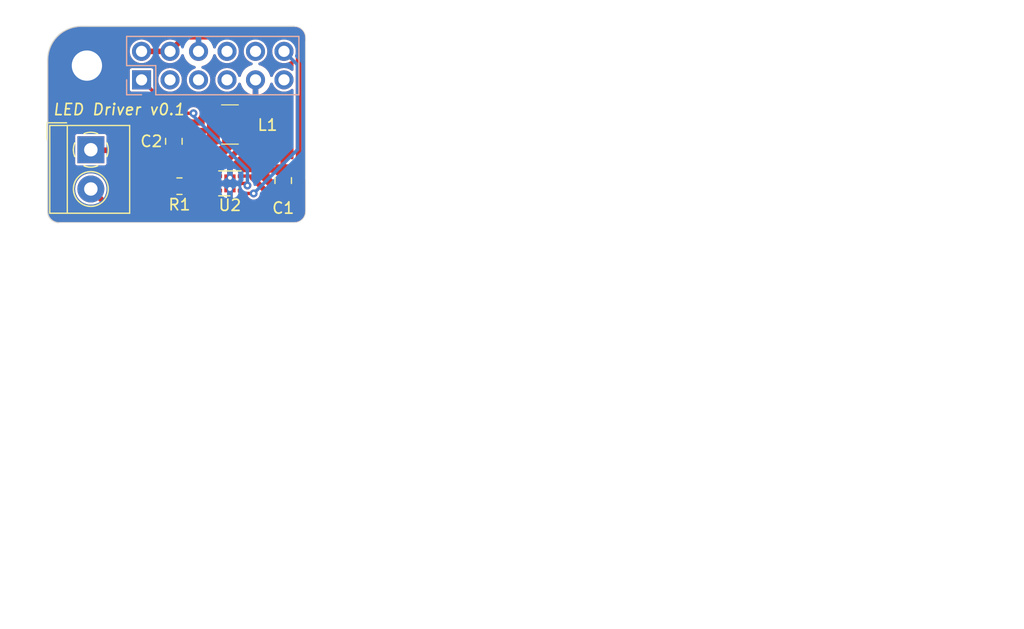
<source format=kicad_pcb>
(kicad_pcb (version 20221018) (generator pcbnew)
  (title_block (date "15 nov 2012"))
  (layers (0 "F.Cu" signal) (31 "B.Cu" signal) (34 "B.Paste" user) (35 "F.Paste" user) (36 "B.SilkS" user "B.Silkscreen") (37 "F.SilkS" user "F.Silkscreen") (38 "B.Mask" user) (39 "F.Mask" user) (44 "Edge.Cuts" user))
  (net 0 "")
  (net 1 "GND")
  (net 2 "+5V")
  (net 3 "+3V3")
  (net 4 "/+LED")
  (net 5 "/-LED")
  (net 6 "/SW")
  (net 7 "/PWM")
  (footprint "TerminalBlock_4Ucon:TerminalBlock_4Ucon_1x02_P3.50mm_Horizontal" (layer "F.Cu") (at 103.85 55 -90)
    (fp_text reference "J2")
    (fp_text value "Conn_01x02_Pin")
    (fp_line (start -2.4 2.16) (end -2.4 3.9) (stroke (width 0.12)) (layer "F.SilkS"))
    (fp_line (start -2.4 3.9) (end -0.9 3.9) (stroke (width 0.12)) (layer "F.SilkS"))
    (fp_line (start -2.16 -3.46) (end -2.16 3.66) (stroke (width 0.12)) (layer "F.SilkS"))
    (fp_line (start -2.16 -3.46) (end 5.66 -3.46) (stroke (width 0.12)) (layer "F.SilkS"))
    (fp_line (start -2.16 2.1) (end 5.66 2.1) (stroke (width 0.12)) (layer "F.SilkS"))
    (fp_line (start -2.16 3.66) (end 5.66 3.66) (stroke (width 0.12)) (layer "F.SilkS"))
    (fp_line (start 5.66 -3.46) (end 5.66 3.66) (stroke (width 0.12)) (layer "F.SilkS"))
    (fp_arc (start -1.432109 0.607742) (mid -1.555727 -0.00014) (end -1.432 -0.608) (stroke (width 0.12)) (layer "F.SilkS"))
    (fp_arc (start -0.607742 -1.432109) (mid 0.00014 -1.555727) (end 0.608 -1.432) (stroke (width 0.12)) (layer "F.SilkS"))
    (fp_arc (start 0.027011 1.555493) (mid -0.296984 1.527118) (end -0.608 1.432) (stroke (width 0.12)) (layer "F.SilkS"))
    (fp_arc (start 0.607587 1.431385) (mid 0.310017 1.523783) (end 0 1.555) (stroke (width 0.12)) (layer "F.SilkS"))
    (fp_arc (start 1.432109 -0.607742) (mid 1.555727 0.00014) (end 1.432 0.608) (stroke (width 0.12)) (layer "F.SilkS"))
    (fp_circle (center 3.5 0) (end 5.055 0) (stroke (width 0.12)) (fill none) (layer "F.SilkS"))
    (pad "1" thru_hole rect (at 0 0 270) (size 2.4 2.4) (drill 1.2) (layers "*.Cu" "*.Mask") (net 4 "/+LED"))
    (pad "2" thru_hole circle (at 3.5 0 270) (size 2.4 2.4) (drill 1.2) (layers "*.Cu" "*.Mask") (net 5 "/-LED"))
  )
  (footprint "Capacitor_SMD:C_0805_2012Metric" (layer "F.Cu") (at 121 57.75 -90)
    (fp_text reference "C1" (at 2.45 0 180) (layer "F.SilkS"))
    (fp_text value "4.7uF")
    (fp_line (start -0.261252 -0.735) (end 0.261252 -0.735) (stroke (width 0.12)) (layer "F.SilkS"))
    (fp_line (start -0.261252 0.735) (end 0.261252 0.735) (stroke (width 0.12)) (layer "F.SilkS"))
    (pad "1" smd roundrect (at -0.95 0 270) (size 1 1.45) (layers "F.Cu" "F.Paste" "F.Mask") (net 1 "GND"))
    (pad "2" smd roundrect (at 0.95 0 270) (size 1 1.45) (layers "F.Cu" "F.Paste" "F.Mask") (net 2 "+5V"))
  )
  (footprint "Minor_Industries:Induct_1" (layer "F.Cu") (at 116.25 52.75 180)
    (fp_text reference "L1" (at -3.35 -0.05 unlocked) (layer "F.SilkS"))
    (fp_text value "2.2uH")
    (fp_line (start -0.75 -1.75) (end 0.75 -1.75) (stroke (width 0.1)) (layer "F.SilkS"))
    (fp_line (start -0.75 1.75) (end 0.75 1.75) (stroke (width 0.1)) (layer "F.SilkS"))
    (pad "1" smd roundrect (at -1.475 0 180) (size 1.15 3.6) (layers "F.Cu" "F.Paste" "F.Mask") (net 6 "/SW"))
    (pad "2" smd roundrect (at 1.475 0 180) (size 1.15 3.6) (layers "F.Cu" "F.Paste" "F.Mask") (net 4 "/+LED"))
  )
  (footprint "MountingHole:MountingHole_2.7mm_M2.5" (layer "F.Cu") (at 103.5 47.5)
    (fp_text reference "MH1" hide)
    (fp_text value "MountingHole_2.7mm_M2.5" hide)
    (pad "" np_thru_hole circle locked (at 0 0) (size 2.7 2.7) (drill 2.7) (layers "*.Cu" "*.Mask"))
  )
  (footprint "Package_SON:WSON-6-1EP_2x2mm_P0.65mm_EP1x1.6mm_ThermalVias" (layer "F.Cu") (at 116.25 58 180)
    (fp_text reference "U2" (at 0 -1.95) (layer "F.SilkS"))
    (fp_text value "~")
    (fp_line (start -1 1.11) (end 1 1.11) (stroke (width 0.12)) (layer "F.SilkS"))
    (fp_line (start 0 -1.11) (end 1 -1.11) (stroke (width 0.12)) (layer "F.SilkS"))
    (pad "1" smd roundrect (at -0.8875 -0.65 180) (size 0.375 0.4) (layers "F.Cu" "F.Paste" "F.Mask") (net 7 "/PWM"))
    (pad "2" smd roundrect (at -0.8875 0 180) (size 0.375 0.4) (layers "F.Cu" "F.Paste" "F.Mask") (net 3 "+3V3"))
    (pad "3" smd roundrect (at -0.8875 0.65 180) (size 0.375 0.4) (layers "F.Cu" "F.Paste" "F.Mask") (net 2 "+5V"))
    (pad "4" smd roundrect (at 0.8875 0.65 180) (size 0.375 0.4) (layers "F.Cu" "F.Paste" "F.Mask") (net 6 "/SW"))
    (pad "5" smd roundrect (at 0.8875 0 180) (size 0.375 0.4) (layers "F.Cu" "F.Paste" "F.Mask") (net 1 "GND"))
    (pad "6" smd roundrect (at 0.8875 -0.65 180) (size 0.375 0.4) (layers "F.Cu" "F.Paste" "F.Mask") (net 5 "/-LED"))
    (pad "7" thru_hole circle (at 0 -0.5 180) (size 0.55 0.55) (drill 0.35) (layers "*.Cu") (net 1 "GND"))
    (pad "7" smd rect (at 0 0 180) (size 0.5 1.6) (layers "B.Cu") (net 1 "GND"))
    (pad "7" smd rect (at 0 0 180) (size 1 1.6) (layers "F.Cu" "F.Mask") (net 1 "GND"))
    (pad "7" thru_hole circle (at 0 0.5 180) (size 0.55 0.55) (drill 0.35) (layers "*.Cu") (net 1 "GND"))
  )
  (footprint "Resistor_SMD:R_0805_2012Metric" (layer "F.Cu") (at 111.75 58.25 180)
    (fp_text reference "R1" (at 0 -1.65) (layer "F.SilkS"))
    (fp_text value "R")
    (fp_line (start -0.227064 -0.735) (end 0.227064 -0.735) (stroke (width 0.12)) (layer "F.SilkS"))
    (fp_line (start -0.227064 0.735) (end 0.227064 0.735) (stroke (width 0.12)) (layer "F.SilkS"))
    (pad "1" smd roundrect (at -0.9125 0 180) (size 1.025 1.4) (layers "F.Cu" "F.Paste" "F.Mask") (roundrect_rratio 0.243902) (net 5 "/-LED"))
    (pad "2" smd roundrect (at 0.9125 0 180) (size 1.025 1.4) (layers "F.Cu" "F.Paste" "F.Mask") (roundrect_rratio 0.243902) (net 1 "GND"))
  )
  (footprint "Capacitor_SMD:C_0805_2012Metric" (layer "F.Cu") (at 111.25 54.25 90)
    (fp_text reference "C2" (at 0 -2 180) (layer "F.SilkS"))
    (fp_text value "10uF")
    (fp_line (start -0.261252 -0.735) (end 0.261252 -0.735) (stroke (width 0.12)) (layer "F.SilkS"))
    (fp_line (start -0.261252 0.735) (end 0.261252 0.735) (stroke (width 0.12)) (layer "F.SilkS"))
    (pad "1" smd roundrect (at -0.95 0 90) (size 1 1.45) (layers "F.Cu" "F.Paste" "F.Mask") (net 1 "GND"))
    (pad "2" smd roundrect (at 0.95 0 90) (size 1 1.45) (layers "F.Cu" "F.Paste" "F.Mask") (net 4 "/+LED"))
  )
  (footprint "Connector_PinSocket_2.54mm:PinSocket_2x06_P2.54mm_Vertical" (layer "B.Cu") (at 108.37 48.77 -90)
    (fp_text reference "J1")
    (fp_text value "GPIO")
    (fp_line (start -3.87 -14.03) (end 1.33 -14.03) (stroke (width 0.12)) (layer "B.SilkS"))
    (fp_line (start -3.87 1.33) (end -3.87 -14.03) (stroke (width 0.12)) (layer "B.SilkS"))
    (fp_line (start -3.87 1.33) (end -1.27 1.33) (stroke (width 0.12)) (layer "B.SilkS"))
    (fp_line (start -1.27 -1.27) (end 1.33 -1.27) (stroke (width 0.12)) (layer "B.SilkS"))
    (fp_line (start -1.27 1.33) (end -1.27 -1.27) (stroke (width 0.12)) (layer "B.SilkS"))
    (fp_line (start 0 1.33) (end 1.33 1.33) (stroke (width 0.12)) (layer "B.SilkS"))
    (fp_line (start 1.33 -1.27) (end 1.33 -14.03) (stroke (width 0.12)) (layer "B.SilkS"))
    (fp_line (start 1.33 1.33) (end 1.33 0) (stroke (width 0.12)) (layer "B.SilkS"))
    (pad "1" thru_hole rect (at 0 0 270) (size 1.7 1.7) (drill 1) (layers "*.Cu" "*.Mask") (net 3 "+3V3"))
    (pad "2" thru_hole oval (at -2.54 0 270) (size 1.7 1.7) (drill 1) (layers "*.Cu" "*.Mask") (net 2 "+5V"))
    (pad "3" thru_hole oval (at 0 -2.54 270) (size 1.7 1.7) (drill 1) (layers "*.Cu" "*.Mask"))
    (pad "4" thru_hole oval (at -2.54 -2.54 270) (size 1.7 1.7) (drill 1) (layers "*.Cu" "*.Mask") (net 2 "+5V"))
    (pad "5" thru_hole oval (at 0 -5.08 270) (size 1.7 1.7) (drill 1) (layers "*.Cu" "*.Mask"))
    (pad "6" thru_hole oval (at -2.54 -5.08 270) (size 1.7 1.7) (drill 1) (layers "*.Cu" "*.Mask") (net 1 "GND"))
    (pad "7" thru_hole oval (at 0 -7.62 270) (size 1.7 1.7) (drill 1) (layers "*.Cu" "*.Mask"))
    (pad "8" thru_hole oval (at -2.54 -7.62 270) (size 1.7 1.7) (drill 1) (layers "*.Cu" "*.Mask"))
    (pad "9" thru_hole oval (at 0 -10.16 270) (size 1.7 1.7) (drill 1) (layers "*.Cu" "*.Mask") (net 1 "GND"))
    (pad "10" thru_hole oval (at -2.54 -10.16 270) (size 1.7 1.7) (drill 1) (layers "*.Cu" "*.Mask"))
    (pad "11" thru_hole oval (at 0 -12.7 270) (size 1.7 1.7) (drill 1) (layers "*.Cu" "*.Mask"))
    (pad "12" thru_hole oval (at -2.54 -12.7 270) (size 1.7 1.7) (drill 1) (layers "*.Cu" "*.Mask") (net 7 "/PWM"))
  )
  (gr_arc (start 123 60.5) (mid 122.707107 61.207107) (end 122 61.5) (stroke (width 0.05)) (layer "Edge.Cuts"))
  (gr_line (start 123 45) (end 123 60.5) (stroke (width 0.05)) (layer "Edge.Cuts"))
  (gr_line (start 100 47) (end 100 60.5) (stroke (width 0.1)) (layer "Edge.Cuts"))
  (gr_arc (start 122 44) (mid 122.707107 44.292893) (end 123 45) (stroke (width 0.05)) (layer "Edge.Cuts"))
  (gr_line (start 101 61.5) (end 122 61.5) (stroke (width 0.05)) (layer "Edge.Cuts"))
  (gr_arc (start 101 61.5) (mid 100.292893 61.207107) (end 100 60.5) (stroke (width 0.1)) (layer "Edge.Cuts"))
  (gr_arc (start 100 47) (mid 100.87868 44.87868) (end 103 44) (stroke (width 0.1)) (layer "Edge.Cuts"))
  (gr_line (start 122 44) (end 103 44) (stroke (width 0.1)) (layer "Edge.Cuts"))
  (gr_text "LED Driver v0.1" (at 100.4 52) (layer "F.SilkS") (effects (font (size 1 1) (thickness 0.15) italic) (justify left bottom)))
  (segment (start 112.384943 55.2) (end 111.25 55.2) (width 0.3) (layer "F.Cu") (net 1))
  (segment (start 115.184943 58) (end 112.384943 55.2) (width 0.3) (layer "F.Cu") (net 1))
  (segment (start 115.3625 58) (end 115.184943 58) (width 0.3) (layer "F.Cu") (net 1))
  (segment (start 121 58.7) (end 119.45 58.7) (width 0.5) (layer "F.Cu") (net 2))
  (segment (start 110.91 46.23) (end 112.21 44.93) (width 0.5) (layer "F.Cu") (net 2))
  (segment (start 121.63 44.93) (end 122.37 45.67) (width 0.5) (layer "F.Cu") (net 2))
  (segment (start 122.37 45.67) (end 122.37 57.33) (width 0.5) (layer "F.Cu") (net 2))
  (segment (start 108.37 46.23) (end 110.91 46.23) (width 0.5) (layer "F.Cu") (net 2))
  (segment (start 117.1375 57.35) (end 118.1 57.35) (width 0.3) (layer "F.Cu") (net 2))
  (segment (start 118.1 57.35) (end 118.25 57.5) (width 0.3) (layer "F.Cu") (net 2))
  (segment (start 122.37 57.33) (end 121 58.7) (width 0.5) (layer "F.Cu") (net 2))
  (segment (start 112.21 44.93) (end 121.63 44.93) (width 0.5) (layer "F.Cu") (net 2))
  (segment (start 119.45 58.7) (end 118.25 57.5) (width 0.5) (layer "F.Cu") (net 2))
  (segment (start 111.35 51.75) (end 108.37 48.77) (width 0.3) (layer "F.Cu") (net 3))
  (segment (start 117.1375 58) (end 117.619336 58) (width 0.3) (layer "F.Cu") (net 3))
  (segment (start 117.619336 58) (end 117.809668 58.190332) (width 0.3) (layer "F.Cu") (net 3))
  (segment (start 113 51.75) (end 111.35 51.75) (width 0.3) (layer "F.Cu") (net 3))
  (via (at 113 51.75) (size 0.7) (drill 0.3) (layers "F.Cu" "B.Cu") (net 3))
  (via (at 117.809668 58.190332) (size 0.7) (drill 0.3) (layers "F.Cu" "B.Cu") (net 3))
  (segment (start 108.77 48.77) (end 108.37 48.77) (width 0.3) (layer "B.Cu") (net 3))
  (segment (start 113 52) (end 117.809668 56.809668) (width 0.3) (layer "B.Cu") (net 3))
  (segment (start 113 51.75) (end 113 52) (width 0.3) (layer "B.Cu") (net 3))
  (segment (start 117.809668 56.809668) (end 117.809668 58.190332) (width 0.3) (layer "B.Cu") (net 3))
  (segment (start 114.225 53.3) (end 114.775 52.75) (width 0.5) (layer "F.Cu") (net 4))
  (segment (start 111.25 53.3) (end 109.5 55.05) (width 0.5) (layer "F.Cu") (net 4))
  (segment (start 103.9 55.05) (end 103.85 55) (width 0.5) (layer "F.Cu") (net 4))
  (segment (start 109.5 55.05) (end 103.9 55.05) (width 0.5) (layer "F.Cu") (net 4))
  (segment (start 111.25 53.3) (end 114.225 53.3) (width 0.5) (layer "F.Cu") (net 4))
  (segment (start 114.5 58.25) (end 114.9 58.65) (width 0.5) (layer "F.Cu") (net 5))
  (segment (start 111.2125 59.7) (end 112.6625 58.25) (width 0.5) (layer "F.Cu") (net 5))
  (segment (start 105.05 59.7) (end 111.2125 59.7) (width 0.5) (layer "F.Cu") (net 5))
  (segment (start 112.6625 58.25) (end 114.5 58.25) (width 0.5) (layer "F.Cu") (net 5))
  (segment (start 103.85 58.5) (end 105.05 59.7) (width 0.5) (layer "F.Cu") (net 5))
  (segment (start 115.3625 58.65) (end 114.9 58.65) (width 0.3) (layer "F.Cu") (net 5))
  (segment (start 115.3625 57.35) (end 115.3625 56.6375) (width 0.3) (layer "F.Cu") (net 6))
  (segment (start 117.725 52.75) (end 117.725 54.225) (width 0.5) (layer "F.Cu") (net 6))
  (segment (start 117.725 52.75) (end 117.725 54.275) (width 0.5) (layer "F.Cu") (net 6))
  (segment (start 117.725 54.225) (end 117.75 54.25) (width 0.5) (layer "F.Cu") (net 6))
  (segment (start 117.725 54.275) (end 115.75 56.25) (width 0.5) (layer "F.Cu") (net 6))
  (segment (start 115.3625 56.6375) (end 115.75 56.25) (width 0.3) (layer "F.Cu") (net 6))
  (segment (start 117.384764 58.897264) (end 118.365863 58.897264) (width 0.3) (layer "F.Cu") (net 7))
  (segment (start 117.1375 58.65) (end 117.384764 58.897264) (width 0.3) (layer "F.Cu") (net 7))
  (via (at 118.365863 58.897264) (size 0.7) (drill 0.3) (layers "F.Cu" "B.Cu") (net 7))
  (segment (start 122.27 47.43) (end 121.07 46.23) (width 0.3) (layer "B.Cu") (net 7))
  (segment (start 118.365863 58.897264) (end 122.27 54.993127) (width 0.3) (layer "B.Cu") (net 7))
  (segment (start 122.27 54.993127) (end 122.27 47.43) (width 0.3) (layer "B.Cu") (net 7))
  (zone (net 1) (net_name "GND") (layer "F.Cu") (connect_pads (clearance 0)) (min_thickness 0.25) (fill yes (thermal_gap 0.5) (thermal_bridge_width 0.5) (island_removal_mode 1) (island_area_min 10))
    (polygon (pts (xy 99.5 43.5) (xy 125.5 43.5) (xy 125.5 63) (xy 99.5 63)))
  )
  (zone (net 1) (net_name "GND") (layer "B.Cu") (priority 1) (connect_pads (clearance 0)) (min_thickness 0.25) (fill yes (thermal_gap 0.5) (thermal_bridge_width 0.5) (island_removal_mode 1) (island_area_min 10))
    (polygon (pts (xy 99.5 43.5) (xy 125.5 43.5) (xy 125.5 76.75) (xy 99.5 76.75)))
  )
)
</source>
